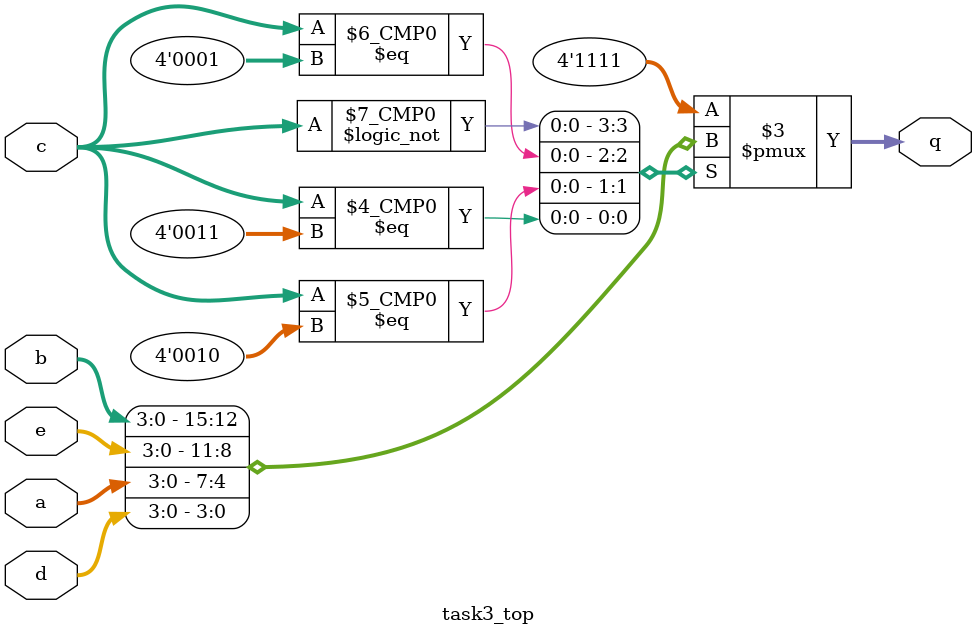
<source format=v>
module task3_top (
    input [3:0] a, b, c, d, e,
    output reg [3:0] q
);

always @(*) begin
    case (c)
        4'b00: q = b;
        4'b01: q = e;
        4'b10: q = a;
        4'b11: q = d;
    default: 
        q = 4'b1111;
    endcase
end

    
endmodule
</source>
